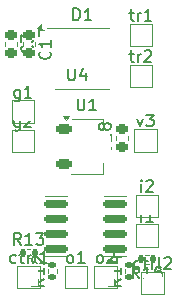
<source format=gbr>
%TF.GenerationSoftware,KiCad,Pcbnew,9.0.2*%
%TF.CreationDate,2025-07-27T21:18:58+02:00*%
%TF.ProjectId,ldo,6c646f2e-6b69-4636-9164-5f7063625858,rev?*%
%TF.SameCoordinates,Original*%
%TF.FileFunction,Legend,Top*%
%TF.FilePolarity,Positive*%
%FSLAX46Y46*%
G04 Gerber Fmt 4.6, Leading zero omitted, Abs format (unit mm)*
G04 Created by KiCad (PCBNEW 9.0.2) date 2025-07-27 21:18:58*
%MOMM*%
%LPD*%
G01*
G04 APERTURE LIST*
G04 Aperture macros list*
%AMRoundRect*
0 Rectangle with rounded corners*
0 $1 Rounding radius*
0 $2 $3 $4 $5 $6 $7 $8 $9 X,Y pos of 4 corners*
0 Add a 4 corners polygon primitive as box body*
4,1,4,$2,$3,$4,$5,$6,$7,$8,$9,$2,$3,0*
0 Add four circle primitives for the rounded corners*
1,1,$1+$1,$2,$3*
1,1,$1+$1,$4,$5*
1,1,$1+$1,$6,$7*
1,1,$1+$1,$8,$9*
0 Add four rect primitives between the rounded corners*
20,1,$1+$1,$2,$3,$4,$5,0*
20,1,$1+$1,$4,$5,$6,$7,0*
20,1,$1+$1,$6,$7,$8,$9,0*
20,1,$1+$1,$8,$9,$2,$3,0*%
%AMFreePoly0*
4,1,9,3.862500,-0.866500,0.737500,-0.866500,0.737500,-0.450000,-0.737500,-0.450000,-0.737500,0.450000,0.737500,0.450000,0.737500,0.866500,3.862500,0.866500,3.862500,-0.866500,3.862500,-0.866500,$1*%
G04 Aperture macros list end*
%ADD10C,0.150000*%
%ADD11C,0.120000*%
%ADD12RoundRect,0.135000X-0.135000X-0.185000X0.135000X-0.185000X0.135000X0.185000X-0.135000X0.185000X0*%
%ADD13R,1.500000X1.500000*%
%ADD14RoundRect,0.150000X-0.825000X-0.150000X0.825000X-0.150000X0.825000X0.150000X-0.825000X0.150000X0*%
%ADD15R,2.410000X3.300000*%
%ADD16RoundRect,0.225000X-0.425000X-0.225000X0.425000X-0.225000X0.425000X0.225000X-0.425000X0.225000X0*%
%ADD17FreePoly0,0.000000*%
%ADD18RoundRect,0.135000X0.135000X0.185000X-0.135000X0.185000X-0.135000X-0.185000X0.135000X-0.185000X0*%
%ADD19RoundRect,0.135000X0.185000X-0.135000X0.185000X0.135000X-0.185000X0.135000X-0.185000X-0.135000X0*%
%ADD20RoundRect,0.225000X0.250000X-0.225000X0.250000X0.225000X-0.250000X0.225000X-0.250000X-0.225000X0*%
%ADD21RoundRect,0.225000X-0.250000X0.225000X-0.250000X-0.225000X0.250000X-0.225000X0.250000X0.225000X0*%
%ADD22R,1.000000X0.700000*%
G04 APERTURE END LIST*
D10*
X104847142Y-56784819D02*
X104513809Y-56308628D01*
X104275714Y-56784819D02*
X104275714Y-55784819D01*
X104275714Y-55784819D02*
X104656666Y-55784819D01*
X104656666Y-55784819D02*
X104751904Y-55832438D01*
X104751904Y-55832438D02*
X104799523Y-55880057D01*
X104799523Y-55880057D02*
X104847142Y-55975295D01*
X104847142Y-55975295D02*
X104847142Y-56118152D01*
X104847142Y-56118152D02*
X104799523Y-56213390D01*
X104799523Y-56213390D02*
X104751904Y-56261009D01*
X104751904Y-56261009D02*
X104656666Y-56308628D01*
X104656666Y-56308628D02*
X104275714Y-56308628D01*
X105799523Y-56784819D02*
X105228095Y-56784819D01*
X105513809Y-56784819D02*
X105513809Y-55784819D01*
X105513809Y-55784819D02*
X105418571Y-55927676D01*
X105418571Y-55927676D02*
X105323333Y-56022914D01*
X105323333Y-56022914D02*
X105228095Y-56070533D01*
X106132857Y-55784819D02*
X106751904Y-55784819D01*
X106751904Y-55784819D02*
X106418571Y-56165771D01*
X106418571Y-56165771D02*
X106561428Y-56165771D01*
X106561428Y-56165771D02*
X106656666Y-56213390D01*
X106656666Y-56213390D02*
X106704285Y-56261009D01*
X106704285Y-56261009D02*
X106751904Y-56356247D01*
X106751904Y-56356247D02*
X106751904Y-56594342D01*
X106751904Y-56594342D02*
X106704285Y-56689580D01*
X106704285Y-56689580D02*
X106656666Y-56737200D01*
X106656666Y-56737200D02*
X106561428Y-56784819D01*
X106561428Y-56784819D02*
X106275714Y-56784819D01*
X106275714Y-56784819D02*
X106180476Y-56737200D01*
X106180476Y-56737200D02*
X106132857Y-56689580D01*
X104404761Y-58259200D02*
X104309523Y-58306819D01*
X104309523Y-58306819D02*
X104119047Y-58306819D01*
X104119047Y-58306819D02*
X104023809Y-58259200D01*
X104023809Y-58259200D02*
X103976190Y-58211580D01*
X103976190Y-58211580D02*
X103928571Y-58116342D01*
X103928571Y-58116342D02*
X103928571Y-57830628D01*
X103928571Y-57830628D02*
X103976190Y-57735390D01*
X103976190Y-57735390D02*
X104023809Y-57687771D01*
X104023809Y-57687771D02*
X104119047Y-57640152D01*
X104119047Y-57640152D02*
X104309523Y-57640152D01*
X104309523Y-57640152D02*
X104404761Y-57687771D01*
X104690476Y-57640152D02*
X105071428Y-57640152D01*
X104833333Y-57306819D02*
X104833333Y-58163961D01*
X104833333Y-58163961D02*
X104880952Y-58259200D01*
X104880952Y-58259200D02*
X104976190Y-58306819D01*
X104976190Y-58306819D02*
X105071428Y-58306819D01*
X105404762Y-58306819D02*
X105404762Y-57640152D01*
X105404762Y-57830628D02*
X105452381Y-57735390D01*
X105452381Y-57735390D02*
X105500000Y-57687771D01*
X105500000Y-57687771D02*
X105595238Y-57640152D01*
X105595238Y-57640152D02*
X105690476Y-57640152D01*
X106166667Y-58306819D02*
X106071429Y-58259200D01*
X106071429Y-58259200D02*
X106023810Y-58163961D01*
X106023810Y-58163961D02*
X106023810Y-57306819D01*
X107071429Y-58306819D02*
X106500001Y-58306819D01*
X106785715Y-58306819D02*
X106785715Y-57306819D01*
X106785715Y-57306819D02*
X106690477Y-57449676D01*
X106690477Y-57449676D02*
X106595239Y-57544914D01*
X106595239Y-57544914D02*
X106500001Y-57592533D01*
X108838095Y-41854819D02*
X108838095Y-42664342D01*
X108838095Y-42664342D02*
X108885714Y-42759580D01*
X108885714Y-42759580D02*
X108933333Y-42807200D01*
X108933333Y-42807200D02*
X109028571Y-42854819D01*
X109028571Y-42854819D02*
X109219047Y-42854819D01*
X109219047Y-42854819D02*
X109314285Y-42807200D01*
X109314285Y-42807200D02*
X109361904Y-42759580D01*
X109361904Y-42759580D02*
X109409523Y-42664342D01*
X109409523Y-42664342D02*
X109409523Y-41854819D01*
X110314285Y-42188152D02*
X110314285Y-42854819D01*
X110076190Y-41807200D02*
X109838095Y-42521485D01*
X109838095Y-42521485D02*
X110457142Y-42521485D01*
X114023809Y-40640152D02*
X114404761Y-40640152D01*
X114166666Y-40306819D02*
X114166666Y-41163961D01*
X114166666Y-41163961D02*
X114214285Y-41259200D01*
X114214285Y-41259200D02*
X114309523Y-41306819D01*
X114309523Y-41306819D02*
X114404761Y-41306819D01*
X114738095Y-41306819D02*
X114738095Y-40640152D01*
X114738095Y-40830628D02*
X114785714Y-40735390D01*
X114785714Y-40735390D02*
X114833333Y-40687771D01*
X114833333Y-40687771D02*
X114928571Y-40640152D01*
X114928571Y-40640152D02*
X115023809Y-40640152D01*
X115309524Y-40402057D02*
X115357143Y-40354438D01*
X115357143Y-40354438D02*
X115452381Y-40306819D01*
X115452381Y-40306819D02*
X115690476Y-40306819D01*
X115690476Y-40306819D02*
X115785714Y-40354438D01*
X115785714Y-40354438D02*
X115833333Y-40402057D01*
X115833333Y-40402057D02*
X115880952Y-40497295D01*
X115880952Y-40497295D02*
X115880952Y-40592533D01*
X115880952Y-40592533D02*
X115833333Y-40735390D01*
X115833333Y-40735390D02*
X115261905Y-41306819D01*
X115261905Y-41306819D02*
X115880952Y-41306819D01*
X114691964Y-46090152D02*
X114930059Y-46756819D01*
X114930059Y-46756819D02*
X115168154Y-46090152D01*
X115453869Y-45756819D02*
X116072916Y-45756819D01*
X116072916Y-45756819D02*
X115739583Y-46137771D01*
X115739583Y-46137771D02*
X115882440Y-46137771D01*
X115882440Y-46137771D02*
X115977678Y-46185390D01*
X115977678Y-46185390D02*
X116025297Y-46233009D01*
X116025297Y-46233009D02*
X116072916Y-46328247D01*
X116072916Y-46328247D02*
X116072916Y-46566342D01*
X116072916Y-46566342D02*
X116025297Y-46661580D01*
X116025297Y-46661580D02*
X115977678Y-46709200D01*
X115977678Y-46709200D02*
X115882440Y-46756819D01*
X115882440Y-46756819D02*
X115596726Y-46756819D01*
X115596726Y-46756819D02*
X115501488Y-46709200D01*
X115501488Y-46709200D02*
X115453869Y-46661580D01*
X109644345Y-44404819D02*
X109644345Y-45214342D01*
X109644345Y-45214342D02*
X109691964Y-45309580D01*
X109691964Y-45309580D02*
X109739583Y-45357200D01*
X109739583Y-45357200D02*
X109834821Y-45404819D01*
X109834821Y-45404819D02*
X110025297Y-45404819D01*
X110025297Y-45404819D02*
X110120535Y-45357200D01*
X110120535Y-45357200D02*
X110168154Y-45309580D01*
X110168154Y-45309580D02*
X110215773Y-45214342D01*
X110215773Y-45214342D02*
X110215773Y-44404819D01*
X111215773Y-45404819D02*
X110644345Y-45404819D01*
X110930059Y-45404819D02*
X110930059Y-44404819D01*
X110930059Y-44404819D02*
X110834821Y-44547676D01*
X110834821Y-44547676D02*
X110739583Y-44642914D01*
X110739583Y-44642914D02*
X110644345Y-44690533D01*
X114023809Y-37140152D02*
X114404761Y-37140152D01*
X114166666Y-36806819D02*
X114166666Y-37663961D01*
X114166666Y-37663961D02*
X114214285Y-37759200D01*
X114214285Y-37759200D02*
X114309523Y-37806819D01*
X114309523Y-37806819D02*
X114404761Y-37806819D01*
X114738095Y-37806819D02*
X114738095Y-37140152D01*
X114738095Y-37330628D02*
X114785714Y-37235390D01*
X114785714Y-37235390D02*
X114833333Y-37187771D01*
X114833333Y-37187771D02*
X114928571Y-37140152D01*
X114928571Y-37140152D02*
X115023809Y-37140152D01*
X115880952Y-37806819D02*
X115309524Y-37806819D01*
X115595238Y-37806819D02*
X115595238Y-36806819D01*
X115595238Y-36806819D02*
X115500000Y-36949676D01*
X115500000Y-36949676D02*
X115404762Y-37044914D01*
X115404762Y-37044914D02*
X115309524Y-37092533D01*
X114867142Y-59624819D02*
X114533809Y-59148628D01*
X114295714Y-59624819D02*
X114295714Y-58624819D01*
X114295714Y-58624819D02*
X114676666Y-58624819D01*
X114676666Y-58624819D02*
X114771904Y-58672438D01*
X114771904Y-58672438D02*
X114819523Y-58720057D01*
X114819523Y-58720057D02*
X114867142Y-58815295D01*
X114867142Y-58815295D02*
X114867142Y-58958152D01*
X114867142Y-58958152D02*
X114819523Y-59053390D01*
X114819523Y-59053390D02*
X114771904Y-59101009D01*
X114771904Y-59101009D02*
X114676666Y-59148628D01*
X114676666Y-59148628D02*
X114295714Y-59148628D01*
X115819523Y-59624819D02*
X115248095Y-59624819D01*
X115533809Y-59624819D02*
X115533809Y-58624819D01*
X115533809Y-58624819D02*
X115438571Y-58767676D01*
X115438571Y-58767676D02*
X115343333Y-58862914D01*
X115343333Y-58862914D02*
X115248095Y-58910533D01*
X116724285Y-58624819D02*
X116248095Y-58624819D01*
X116248095Y-58624819D02*
X116200476Y-59101009D01*
X116200476Y-59101009D02*
X116248095Y-59053390D01*
X116248095Y-59053390D02*
X116343333Y-59005771D01*
X116343333Y-59005771D02*
X116581428Y-59005771D01*
X116581428Y-59005771D02*
X116676666Y-59053390D01*
X116676666Y-59053390D02*
X116724285Y-59101009D01*
X116724285Y-59101009D02*
X116771904Y-59196247D01*
X116771904Y-59196247D02*
X116771904Y-59434342D01*
X116771904Y-59434342D02*
X116724285Y-59529580D01*
X116724285Y-59529580D02*
X116676666Y-59577200D01*
X116676666Y-59577200D02*
X116581428Y-59624819D01*
X116581428Y-59624819D02*
X116343333Y-59624819D01*
X116343333Y-59624819D02*
X116248095Y-59577200D01*
X116248095Y-59577200D02*
X116200476Y-59529580D01*
X113284819Y-59652857D02*
X112808628Y-59986190D01*
X113284819Y-60224285D02*
X112284819Y-60224285D01*
X112284819Y-60224285D02*
X112284819Y-59843333D01*
X112284819Y-59843333D02*
X112332438Y-59748095D01*
X112332438Y-59748095D02*
X112380057Y-59700476D01*
X112380057Y-59700476D02*
X112475295Y-59652857D01*
X112475295Y-59652857D02*
X112618152Y-59652857D01*
X112618152Y-59652857D02*
X112713390Y-59700476D01*
X112713390Y-59700476D02*
X112761009Y-59748095D01*
X112761009Y-59748095D02*
X112808628Y-59843333D01*
X112808628Y-59843333D02*
X112808628Y-60224285D01*
X113284819Y-58700476D02*
X113284819Y-59271904D01*
X113284819Y-58986190D02*
X112284819Y-58986190D01*
X112284819Y-58986190D02*
X112427676Y-59081428D01*
X112427676Y-59081428D02*
X112522914Y-59176666D01*
X112522914Y-59176666D02*
X112570533Y-59271904D01*
X112618152Y-57843333D02*
X113284819Y-57843333D01*
X112237200Y-58081428D02*
X112951485Y-58319523D01*
X112951485Y-58319523D02*
X112951485Y-57700476D01*
X106784819Y-59652857D02*
X106308628Y-59986190D01*
X106784819Y-60224285D02*
X105784819Y-60224285D01*
X105784819Y-60224285D02*
X105784819Y-59843333D01*
X105784819Y-59843333D02*
X105832438Y-59748095D01*
X105832438Y-59748095D02*
X105880057Y-59700476D01*
X105880057Y-59700476D02*
X105975295Y-59652857D01*
X105975295Y-59652857D02*
X106118152Y-59652857D01*
X106118152Y-59652857D02*
X106213390Y-59700476D01*
X106213390Y-59700476D02*
X106261009Y-59748095D01*
X106261009Y-59748095D02*
X106308628Y-59843333D01*
X106308628Y-59843333D02*
X106308628Y-60224285D01*
X106784819Y-58700476D02*
X106784819Y-59271904D01*
X106784819Y-58986190D02*
X105784819Y-58986190D01*
X105784819Y-58986190D02*
X105927676Y-59081428D01*
X105927676Y-59081428D02*
X106022914Y-59176666D01*
X106022914Y-59176666D02*
X106070533Y-59271904D01*
X105880057Y-58319523D02*
X105832438Y-58271904D01*
X105832438Y-58271904D02*
X105784819Y-58176666D01*
X105784819Y-58176666D02*
X105784819Y-57938571D01*
X105784819Y-57938571D02*
X105832438Y-57843333D01*
X105832438Y-57843333D02*
X105880057Y-57795714D01*
X105880057Y-57795714D02*
X105975295Y-57748095D01*
X105975295Y-57748095D02*
X106070533Y-57748095D01*
X106070533Y-57748095D02*
X106213390Y-57795714D01*
X106213390Y-57795714D02*
X106784819Y-58367142D01*
X106784819Y-58367142D02*
X106784819Y-57748095D01*
X111452381Y-58306819D02*
X111357143Y-58259200D01*
X111357143Y-58259200D02*
X111309524Y-58211580D01*
X111309524Y-58211580D02*
X111261905Y-58116342D01*
X111261905Y-58116342D02*
X111261905Y-57830628D01*
X111261905Y-57830628D02*
X111309524Y-57735390D01*
X111309524Y-57735390D02*
X111357143Y-57687771D01*
X111357143Y-57687771D02*
X111452381Y-57640152D01*
X111452381Y-57640152D02*
X111595238Y-57640152D01*
X111595238Y-57640152D02*
X111690476Y-57687771D01*
X111690476Y-57687771D02*
X111738095Y-57735390D01*
X111738095Y-57735390D02*
X111785714Y-57830628D01*
X111785714Y-57830628D02*
X111785714Y-58116342D01*
X111785714Y-58116342D02*
X111738095Y-58211580D01*
X111738095Y-58211580D02*
X111690476Y-58259200D01*
X111690476Y-58259200D02*
X111595238Y-58306819D01*
X111595238Y-58306819D02*
X111452381Y-58306819D01*
X112166667Y-57402057D02*
X112214286Y-57354438D01*
X112214286Y-57354438D02*
X112309524Y-57306819D01*
X112309524Y-57306819D02*
X112547619Y-57306819D01*
X112547619Y-57306819D02*
X112642857Y-57354438D01*
X112642857Y-57354438D02*
X112690476Y-57402057D01*
X112690476Y-57402057D02*
X112738095Y-57497295D01*
X112738095Y-57497295D02*
X112738095Y-57592533D01*
X112738095Y-57592533D02*
X112690476Y-57735390D01*
X112690476Y-57735390D02*
X112119048Y-58306819D01*
X112119048Y-58306819D02*
X112738095Y-58306819D01*
X115023810Y-52306819D02*
X115023810Y-51640152D01*
X115023810Y-51306819D02*
X114976191Y-51354438D01*
X114976191Y-51354438D02*
X115023810Y-51402057D01*
X115023810Y-51402057D02*
X115071429Y-51354438D01*
X115071429Y-51354438D02*
X115023810Y-51306819D01*
X115023810Y-51306819D02*
X115023810Y-51402057D01*
X115452381Y-51402057D02*
X115500000Y-51354438D01*
X115500000Y-51354438D02*
X115595238Y-51306819D01*
X115595238Y-51306819D02*
X115833333Y-51306819D01*
X115833333Y-51306819D02*
X115928571Y-51354438D01*
X115928571Y-51354438D02*
X115976190Y-51402057D01*
X115976190Y-51402057D02*
X116023809Y-51497295D01*
X116023809Y-51497295D02*
X116023809Y-51592533D01*
X116023809Y-51592533D02*
X115976190Y-51735390D01*
X115976190Y-51735390D02*
X115404762Y-52306819D01*
X115404762Y-52306819D02*
X116023809Y-52306819D01*
X115023810Y-54806819D02*
X115023810Y-54140152D01*
X115023810Y-53806819D02*
X114976191Y-53854438D01*
X114976191Y-53854438D02*
X115023810Y-53902057D01*
X115023810Y-53902057D02*
X115071429Y-53854438D01*
X115071429Y-53854438D02*
X115023810Y-53806819D01*
X115023810Y-53806819D02*
X115023810Y-53902057D01*
X116023809Y-54806819D02*
X115452381Y-54806819D01*
X115738095Y-54806819D02*
X115738095Y-53806819D01*
X115738095Y-53806819D02*
X115642857Y-53949676D01*
X115642857Y-53949676D02*
X115547619Y-54044914D01*
X115547619Y-54044914D02*
X115452381Y-54092533D01*
X104738095Y-46140152D02*
X104738095Y-46949676D01*
X104738095Y-46949676D02*
X104690476Y-47044914D01*
X104690476Y-47044914D02*
X104642857Y-47092533D01*
X104642857Y-47092533D02*
X104547619Y-47140152D01*
X104547619Y-47140152D02*
X104404762Y-47140152D01*
X104404762Y-47140152D02*
X104309524Y-47092533D01*
X104738095Y-46759200D02*
X104642857Y-46806819D01*
X104642857Y-46806819D02*
X104452381Y-46806819D01*
X104452381Y-46806819D02*
X104357143Y-46759200D01*
X104357143Y-46759200D02*
X104309524Y-46711580D01*
X104309524Y-46711580D02*
X104261905Y-46616342D01*
X104261905Y-46616342D02*
X104261905Y-46330628D01*
X104261905Y-46330628D02*
X104309524Y-46235390D01*
X104309524Y-46235390D02*
X104357143Y-46187771D01*
X104357143Y-46187771D02*
X104452381Y-46140152D01*
X104452381Y-46140152D02*
X104642857Y-46140152D01*
X104642857Y-46140152D02*
X104738095Y-46187771D01*
X105166667Y-45902057D02*
X105214286Y-45854438D01*
X105214286Y-45854438D02*
X105309524Y-45806819D01*
X105309524Y-45806819D02*
X105547619Y-45806819D01*
X105547619Y-45806819D02*
X105642857Y-45854438D01*
X105642857Y-45854438D02*
X105690476Y-45902057D01*
X105690476Y-45902057D02*
X105738095Y-45997295D01*
X105738095Y-45997295D02*
X105738095Y-46092533D01*
X105738095Y-46092533D02*
X105690476Y-46235390D01*
X105690476Y-46235390D02*
X105119048Y-46806819D01*
X105119048Y-46806819D02*
X105738095Y-46806819D01*
X104738095Y-43640152D02*
X104738095Y-44449676D01*
X104738095Y-44449676D02*
X104690476Y-44544914D01*
X104690476Y-44544914D02*
X104642857Y-44592533D01*
X104642857Y-44592533D02*
X104547619Y-44640152D01*
X104547619Y-44640152D02*
X104404762Y-44640152D01*
X104404762Y-44640152D02*
X104309524Y-44592533D01*
X104738095Y-44259200D02*
X104642857Y-44306819D01*
X104642857Y-44306819D02*
X104452381Y-44306819D01*
X104452381Y-44306819D02*
X104357143Y-44259200D01*
X104357143Y-44259200D02*
X104309524Y-44211580D01*
X104309524Y-44211580D02*
X104261905Y-44116342D01*
X104261905Y-44116342D02*
X104261905Y-43830628D01*
X104261905Y-43830628D02*
X104309524Y-43735390D01*
X104309524Y-43735390D02*
X104357143Y-43687771D01*
X104357143Y-43687771D02*
X104452381Y-43640152D01*
X104452381Y-43640152D02*
X104642857Y-43640152D01*
X104642857Y-43640152D02*
X104738095Y-43687771D01*
X105738095Y-44306819D02*
X105166667Y-44306819D01*
X105452381Y-44306819D02*
X105452381Y-43306819D01*
X105452381Y-43306819D02*
X105357143Y-43449676D01*
X105357143Y-43449676D02*
X105261905Y-43544914D01*
X105261905Y-43544914D02*
X105166667Y-43592533D01*
X114904761Y-58759200D02*
X114809523Y-58806819D01*
X114809523Y-58806819D02*
X114619047Y-58806819D01*
X114619047Y-58806819D02*
X114523809Y-58759200D01*
X114523809Y-58759200D02*
X114476190Y-58711580D01*
X114476190Y-58711580D02*
X114428571Y-58616342D01*
X114428571Y-58616342D02*
X114428571Y-58330628D01*
X114428571Y-58330628D02*
X114476190Y-58235390D01*
X114476190Y-58235390D02*
X114523809Y-58187771D01*
X114523809Y-58187771D02*
X114619047Y-58140152D01*
X114619047Y-58140152D02*
X114809523Y-58140152D01*
X114809523Y-58140152D02*
X114904761Y-58187771D01*
X115190476Y-58140152D02*
X115571428Y-58140152D01*
X115333333Y-57806819D02*
X115333333Y-58663961D01*
X115333333Y-58663961D02*
X115380952Y-58759200D01*
X115380952Y-58759200D02*
X115476190Y-58806819D01*
X115476190Y-58806819D02*
X115571428Y-58806819D01*
X115904762Y-58806819D02*
X115904762Y-58140152D01*
X115904762Y-58330628D02*
X115952381Y-58235390D01*
X115952381Y-58235390D02*
X116000000Y-58187771D01*
X116000000Y-58187771D02*
X116095238Y-58140152D01*
X116095238Y-58140152D02*
X116190476Y-58140152D01*
X116666667Y-58806819D02*
X116571429Y-58759200D01*
X116571429Y-58759200D02*
X116523810Y-58663961D01*
X116523810Y-58663961D02*
X116523810Y-57806819D01*
X117000001Y-57902057D02*
X117047620Y-57854438D01*
X117047620Y-57854438D02*
X117142858Y-57806819D01*
X117142858Y-57806819D02*
X117380953Y-57806819D01*
X117380953Y-57806819D02*
X117476191Y-57854438D01*
X117476191Y-57854438D02*
X117523810Y-57902057D01*
X117523810Y-57902057D02*
X117571429Y-57997295D01*
X117571429Y-57997295D02*
X117571429Y-58092533D01*
X117571429Y-58092533D02*
X117523810Y-58235390D01*
X117523810Y-58235390D02*
X116952382Y-58806819D01*
X116952382Y-58806819D02*
X117571429Y-58806819D01*
X112335830Y-48367857D02*
X112383450Y-48415476D01*
X112383450Y-48415476D02*
X112431069Y-48558333D01*
X112431069Y-48558333D02*
X112431069Y-48653571D01*
X112431069Y-48653571D02*
X112383450Y-48796428D01*
X112383450Y-48796428D02*
X112288211Y-48891666D01*
X112288211Y-48891666D02*
X112192973Y-48939285D01*
X112192973Y-48939285D02*
X112002497Y-48986904D01*
X112002497Y-48986904D02*
X111859640Y-48986904D01*
X111859640Y-48986904D02*
X111669164Y-48939285D01*
X111669164Y-48939285D02*
X111573926Y-48891666D01*
X111573926Y-48891666D02*
X111478688Y-48796428D01*
X111478688Y-48796428D02*
X111431069Y-48653571D01*
X111431069Y-48653571D02*
X111431069Y-48558333D01*
X111431069Y-48558333D02*
X111478688Y-48415476D01*
X111478688Y-48415476D02*
X111526307Y-48367857D01*
X112431069Y-47415476D02*
X112431069Y-47986904D01*
X112431069Y-47701190D02*
X111431069Y-47701190D01*
X111431069Y-47701190D02*
X111573926Y-47796428D01*
X111573926Y-47796428D02*
X111669164Y-47891666D01*
X111669164Y-47891666D02*
X111716783Y-47986904D01*
X111859640Y-46844047D02*
X111812021Y-46939285D01*
X111812021Y-46939285D02*
X111764402Y-46986904D01*
X111764402Y-46986904D02*
X111669164Y-47034523D01*
X111669164Y-47034523D02*
X111621545Y-47034523D01*
X111621545Y-47034523D02*
X111526307Y-46986904D01*
X111526307Y-46986904D02*
X111478688Y-46939285D01*
X111478688Y-46939285D02*
X111431069Y-46844047D01*
X111431069Y-46844047D02*
X111431069Y-46653571D01*
X111431069Y-46653571D02*
X111478688Y-46558333D01*
X111478688Y-46558333D02*
X111526307Y-46510714D01*
X111526307Y-46510714D02*
X111621545Y-46463095D01*
X111621545Y-46463095D02*
X111669164Y-46463095D01*
X111669164Y-46463095D02*
X111764402Y-46510714D01*
X111764402Y-46510714D02*
X111812021Y-46558333D01*
X111812021Y-46558333D02*
X111859640Y-46653571D01*
X111859640Y-46653571D02*
X111859640Y-46844047D01*
X111859640Y-46844047D02*
X111907259Y-46939285D01*
X111907259Y-46939285D02*
X111954878Y-46986904D01*
X111954878Y-46986904D02*
X112050116Y-47034523D01*
X112050116Y-47034523D02*
X112240592Y-47034523D01*
X112240592Y-47034523D02*
X112335830Y-46986904D01*
X112335830Y-46986904D02*
X112383450Y-46939285D01*
X112383450Y-46939285D02*
X112431069Y-46844047D01*
X112431069Y-46844047D02*
X112431069Y-46653571D01*
X112431069Y-46653571D02*
X112383450Y-46558333D01*
X112383450Y-46558333D02*
X112335830Y-46510714D01*
X112335830Y-46510714D02*
X112240592Y-46463095D01*
X112240592Y-46463095D02*
X112050116Y-46463095D01*
X112050116Y-46463095D02*
X111954878Y-46510714D01*
X111954878Y-46510714D02*
X111907259Y-46558333D01*
X111907259Y-46558333D02*
X111859640Y-46653571D01*
X107289580Y-40417857D02*
X107337200Y-40465476D01*
X107337200Y-40465476D02*
X107384819Y-40608333D01*
X107384819Y-40608333D02*
X107384819Y-40703571D01*
X107384819Y-40703571D02*
X107337200Y-40846428D01*
X107337200Y-40846428D02*
X107241961Y-40941666D01*
X107241961Y-40941666D02*
X107146723Y-40989285D01*
X107146723Y-40989285D02*
X106956247Y-41036904D01*
X106956247Y-41036904D02*
X106813390Y-41036904D01*
X106813390Y-41036904D02*
X106622914Y-40989285D01*
X106622914Y-40989285D02*
X106527676Y-40941666D01*
X106527676Y-40941666D02*
X106432438Y-40846428D01*
X106432438Y-40846428D02*
X106384819Y-40703571D01*
X106384819Y-40703571D02*
X106384819Y-40608333D01*
X106384819Y-40608333D02*
X106432438Y-40465476D01*
X106432438Y-40465476D02*
X106480057Y-40417857D01*
X107384819Y-39465476D02*
X107384819Y-40036904D01*
X107384819Y-39751190D02*
X106384819Y-39751190D01*
X106384819Y-39751190D02*
X106527676Y-39846428D01*
X106527676Y-39846428D02*
X106622914Y-39941666D01*
X106622914Y-39941666D02*
X106670533Y-40036904D01*
X106384819Y-39132142D02*
X106384819Y-38465476D01*
X106384819Y-38465476D02*
X107384819Y-38894047D01*
X105789580Y-39941666D02*
X105837200Y-39989285D01*
X105837200Y-39989285D02*
X105884819Y-40132142D01*
X105884819Y-40132142D02*
X105884819Y-40227380D01*
X105884819Y-40227380D02*
X105837200Y-40370237D01*
X105837200Y-40370237D02*
X105741961Y-40465475D01*
X105741961Y-40465475D02*
X105646723Y-40513094D01*
X105646723Y-40513094D02*
X105456247Y-40560713D01*
X105456247Y-40560713D02*
X105313390Y-40560713D01*
X105313390Y-40560713D02*
X105122914Y-40513094D01*
X105122914Y-40513094D02*
X105027676Y-40465475D01*
X105027676Y-40465475D02*
X104932438Y-40370237D01*
X104932438Y-40370237D02*
X104884819Y-40227380D01*
X104884819Y-40227380D02*
X104884819Y-40132142D01*
X104884819Y-40132142D02*
X104932438Y-39989285D01*
X104932438Y-39989285D02*
X104980057Y-39941666D01*
X104884819Y-39608332D02*
X104884819Y-38989285D01*
X104884819Y-38989285D02*
X105265771Y-39322618D01*
X105265771Y-39322618D02*
X105265771Y-39179761D01*
X105265771Y-39179761D02*
X105313390Y-39084523D01*
X105313390Y-39084523D02*
X105361009Y-39036904D01*
X105361009Y-39036904D02*
X105456247Y-38989285D01*
X105456247Y-38989285D02*
X105694342Y-38989285D01*
X105694342Y-38989285D02*
X105789580Y-39036904D01*
X105789580Y-39036904D02*
X105837200Y-39084523D01*
X105837200Y-39084523D02*
X105884819Y-39179761D01*
X105884819Y-39179761D02*
X105884819Y-39465475D01*
X105884819Y-39465475D02*
X105837200Y-39560713D01*
X105837200Y-39560713D02*
X105789580Y-39608332D01*
X109286905Y-37754819D02*
X109286905Y-36754819D01*
X109286905Y-36754819D02*
X109525000Y-36754819D01*
X109525000Y-36754819D02*
X109667857Y-36802438D01*
X109667857Y-36802438D02*
X109763095Y-36897676D01*
X109763095Y-36897676D02*
X109810714Y-36992914D01*
X109810714Y-36992914D02*
X109858333Y-37183390D01*
X109858333Y-37183390D02*
X109858333Y-37326247D01*
X109858333Y-37326247D02*
X109810714Y-37516723D01*
X109810714Y-37516723D02*
X109763095Y-37611961D01*
X109763095Y-37611961D02*
X109667857Y-37707200D01*
X109667857Y-37707200D02*
X109525000Y-37754819D01*
X109525000Y-37754819D02*
X109286905Y-37754819D01*
X110810714Y-37754819D02*
X110239286Y-37754819D01*
X110525000Y-37754819D02*
X110525000Y-36754819D01*
X110525000Y-36754819D02*
X110429762Y-36897676D01*
X110429762Y-36897676D02*
X110334524Y-36992914D01*
X110334524Y-36992914D02*
X110239286Y-37040533D01*
X108952381Y-58306819D02*
X108857143Y-58259200D01*
X108857143Y-58259200D02*
X108809524Y-58211580D01*
X108809524Y-58211580D02*
X108761905Y-58116342D01*
X108761905Y-58116342D02*
X108761905Y-57830628D01*
X108761905Y-57830628D02*
X108809524Y-57735390D01*
X108809524Y-57735390D02*
X108857143Y-57687771D01*
X108857143Y-57687771D02*
X108952381Y-57640152D01*
X108952381Y-57640152D02*
X109095238Y-57640152D01*
X109095238Y-57640152D02*
X109190476Y-57687771D01*
X109190476Y-57687771D02*
X109238095Y-57735390D01*
X109238095Y-57735390D02*
X109285714Y-57830628D01*
X109285714Y-57830628D02*
X109285714Y-58116342D01*
X109285714Y-58116342D02*
X109238095Y-58211580D01*
X109238095Y-58211580D02*
X109190476Y-58259200D01*
X109190476Y-58259200D02*
X109095238Y-58306819D01*
X109095238Y-58306819D02*
X108952381Y-58306819D01*
X110238095Y-58306819D02*
X109666667Y-58306819D01*
X109952381Y-58306819D02*
X109952381Y-57306819D01*
X109952381Y-57306819D02*
X109857143Y-57449676D01*
X109857143Y-57449676D02*
X109761905Y-57544914D01*
X109761905Y-57544914D02*
X109666667Y-57592533D01*
D11*
%TO.C,R13*%
X105336359Y-57880000D02*
X105643641Y-57880000D01*
X105336359Y-57120000D02*
X105643641Y-57120000D01*
%TO.C,ctrl1*%
X106450000Y-60450000D02*
X104550000Y-60450000D01*
X106450000Y-58550000D02*
X106450000Y-60450000D01*
X104550000Y-60450000D02*
X104550000Y-58550000D01*
X104550000Y-58550000D02*
X106450000Y-58550000D01*
%TO.C,U4*%
X108750000Y-52640000D02*
X106900000Y-52640000D01*
X108750000Y-57760000D02*
X106900000Y-57760000D01*
X111850000Y-52640000D02*
X113700000Y-52640000D01*
X111850000Y-57760000D02*
X113700000Y-57760000D01*
%TO.C,tr2*%
X115950000Y-43450000D02*
X114050000Y-43450000D01*
X115950000Y-41550000D02*
X115950000Y-43450000D01*
X114050000Y-43450000D02*
X114050000Y-41550000D01*
X114050000Y-41550000D02*
X115950000Y-41550000D01*
%TO.C,v3*%
X114456250Y-47000000D02*
X116356250Y-47000000D01*
X114456250Y-48900000D02*
X114456250Y-47000000D01*
X116356250Y-47000000D02*
X116356250Y-48900000D01*
X116356250Y-48900000D02*
X114456250Y-48900000D01*
%TO.C,U1*%
X109186250Y-46090000D02*
X111766250Y-46090000D01*
X111766250Y-47070000D02*
X111766250Y-46090000D01*
X111766250Y-49830000D02*
X111766250Y-50810000D01*
X111766250Y-50810000D02*
X109046250Y-50810000D01*
X108636250Y-46240000D02*
X108396250Y-45910000D01*
X108876250Y-45910000D01*
X108636250Y-46240000D01*
G36*
X108636250Y-46240000D02*
G01*
X108396250Y-45910000D01*
X108876250Y-45910000D01*
X108636250Y-46240000D01*
G37*
%TO.C,tr1*%
X114050000Y-38050000D02*
X115950000Y-38050000D01*
X114050000Y-39950000D02*
X114050000Y-38050000D01*
X115950000Y-38050000D02*
X115950000Y-39950000D01*
X115950000Y-39950000D02*
X114050000Y-39950000D01*
%TO.C,R15*%
X115663641Y-58380000D02*
X115356359Y-58380000D01*
X115663641Y-57620000D02*
X115356359Y-57620000D01*
%TO.C,R14*%
X113620000Y-59163641D02*
X113620000Y-58856359D01*
X114380000Y-59163641D02*
X114380000Y-58856359D01*
%TO.C,R12*%
X107120000Y-59163641D02*
X107120000Y-58856359D01*
X107880000Y-59163641D02*
X107880000Y-58856359D01*
%TO.C,o2*%
X111050000Y-58550000D02*
X112950000Y-58550000D01*
X111050000Y-60450000D02*
X111050000Y-58550000D01*
X112950000Y-58550000D02*
X112950000Y-60450000D01*
X112950000Y-60450000D02*
X111050000Y-60450000D01*
%TO.C,i2*%
X114550000Y-52550000D02*
X116450000Y-52550000D01*
X114550000Y-54450000D02*
X114550000Y-52550000D01*
X116450000Y-52550000D02*
X116450000Y-54450000D01*
X116450000Y-54450000D02*
X114550000Y-54450000D01*
%TO.C,i1*%
X114550000Y-55050000D02*
X116450000Y-55050000D01*
X114550000Y-56950000D02*
X114550000Y-55050000D01*
X116450000Y-55050000D02*
X116450000Y-56950000D01*
X116450000Y-56950000D02*
X114550000Y-56950000D01*
%TO.C,g2*%
X104050000Y-47050000D02*
X105950000Y-47050000D01*
X104050000Y-48950000D02*
X104050000Y-47050000D01*
X105950000Y-47050000D02*
X105950000Y-48950000D01*
X105950000Y-48950000D02*
X104050000Y-48950000D01*
%TO.C,g1*%
X104050000Y-44550000D02*
X105950000Y-44550000D01*
X104050000Y-46450000D02*
X104050000Y-44550000D01*
X105950000Y-44550000D02*
X105950000Y-46450000D01*
X105950000Y-46450000D02*
X104050000Y-46450000D01*
%TO.C,ctrl2*%
X115050000Y-59050000D02*
X116950000Y-59050000D01*
X115050000Y-60950000D02*
X115050000Y-59050000D01*
X116950000Y-59050000D02*
X116950000Y-60950000D01*
X116950000Y-60950000D02*
X115050000Y-60950000D01*
%TO.C,C18*%
X112896250Y-47865580D02*
X112896250Y-47584420D01*
X113916250Y-47865580D02*
X113916250Y-47584420D01*
%TO.C,C17*%
X106010000Y-39634420D02*
X106010000Y-39915580D01*
X104990000Y-39634420D02*
X104990000Y-39915580D01*
%TO.C,C3*%
X104510000Y-39634420D02*
X104510000Y-39915580D01*
X103490000Y-39634420D02*
X103490000Y-39915580D01*
%TO.C,D1*%
X112325000Y-38390000D02*
X107025000Y-38390000D01*
X112325000Y-43600000D02*
X107725000Y-43600000D01*
X106525000Y-38390000D02*
X106245000Y-38390000D01*
X106525000Y-38110000D01*
X106525000Y-38390000D01*
G36*
X106525000Y-38390000D02*
G01*
X106245000Y-38390000D01*
X106525000Y-38110000D01*
X106525000Y-38390000D01*
G37*
%TO.C,o1*%
X108550000Y-58550000D02*
X110450000Y-58550000D01*
X108550000Y-60450000D02*
X108550000Y-58550000D01*
X110450000Y-58550000D02*
X110450000Y-60450000D01*
X110450000Y-60450000D02*
X108550000Y-60450000D01*
%TD*%
%LPC*%
D12*
%TO.C,R13*%
X106000000Y-57500000D03*
X104980000Y-57500000D03*
%TD*%
D13*
%TO.C,ctrl1*%
X105500000Y-59500000D03*
%TD*%
D14*
%TO.C,U4*%
X107825000Y-53295000D03*
X107825000Y-54565000D03*
X107825000Y-55835000D03*
X107825000Y-57105000D03*
X112775000Y-57105000D03*
X112775000Y-55835000D03*
X112775000Y-54565000D03*
X112775000Y-53295000D03*
D15*
X110300000Y-55200000D03*
%TD*%
D13*
%TO.C,tr2*%
X115000000Y-42500000D03*
%TD*%
%TO.C,v3*%
X115406250Y-47950000D03*
%TD*%
D16*
%TO.C,U1*%
X108456250Y-46950000D03*
D17*
X108543750Y-48450000D03*
D16*
X108456250Y-49950000D03*
%TD*%
D13*
%TO.C,tr1*%
X115000000Y-39000000D03*
%TD*%
D18*
%TO.C,R15*%
X116020000Y-58000000D03*
X115000000Y-58000000D03*
%TD*%
D19*
%TO.C,R14*%
X114000000Y-59520000D03*
X114000000Y-58500000D03*
%TD*%
%TO.C,R12*%
X107500000Y-59520000D03*
X107500000Y-58500000D03*
%TD*%
D13*
%TO.C,o2*%
X112000000Y-59500000D03*
%TD*%
%TO.C,i2*%
X115500000Y-53500000D03*
%TD*%
%TO.C,i1*%
X115500000Y-56000000D03*
%TD*%
%TO.C,g2*%
X105000000Y-48000000D03*
%TD*%
%TO.C,g1*%
X105000000Y-45500000D03*
%TD*%
%TO.C,ctrl2*%
X116000000Y-60000000D03*
%TD*%
D20*
%TO.C,C18*%
X113406250Y-48500000D03*
X113406250Y-46950000D03*
%TD*%
D21*
%TO.C,C17*%
X105500000Y-39000000D03*
X105500000Y-40550000D03*
%TD*%
%TO.C,C3*%
X104000000Y-39000000D03*
X104000000Y-40550000D03*
%TD*%
D22*
%TO.C,D1*%
X107050000Y-39000000D03*
X107050000Y-43000000D03*
X113000000Y-43000000D03*
X113000000Y-39000000D03*
%TD*%
D13*
%TO.C,o1*%
X109500000Y-59500000D03*
%TD*%
%LPD*%
M02*

</source>
